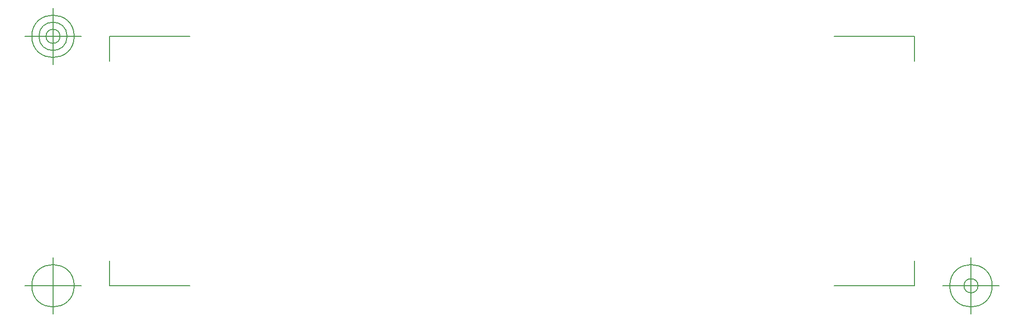
<source format=gbr>
G04 Generated by Ultiboard 14.2 *
%FSLAX34Y34*%
%MOMM*%

%ADD10C,0.0001*%
%ADD11C,0.1270*%


G04 ColorRGB CC99CC for the following layer *
%LNKeep-in/keep-out*%
%LPD*%
G54D10*
G54D11*
X-2540Y-2540D02*
X-2540Y41668D01*
X-2540Y-2540D02*
X139968Y-2540D01*
X1422540Y-2540D02*
X1280032Y-2540D01*
X1422540Y-2540D02*
X1422540Y41668D01*
X1422540Y439540D02*
X1422540Y395332D01*
X1422540Y439540D02*
X1280032Y439540D01*
X-2540Y439540D02*
X139968Y439540D01*
X-2540Y439540D02*
X-2540Y395332D01*
X-52540Y-2540D02*
X-152540Y-2540D01*
X-102540Y-52540D02*
X-102540Y47460D01*
X-140040Y-2540D02*
G75*
D01*
G02X-140040Y-2540I37500J0*
G01*
X1472540Y-2540D02*
X1572540Y-2540D01*
X1522540Y-52540D02*
X1522540Y47460D01*
X1485040Y-2540D02*
G75*
D01*
G02X1485040Y-2540I37500J0*
G01*
X1510040Y-2540D02*
G75*
D01*
G02X1510040Y-2540I12500J0*
G01*
X-52540Y439540D02*
X-152540Y439540D01*
X-102540Y389540D02*
X-102540Y489540D01*
X-140040Y439540D02*
G75*
D01*
G02X-140040Y439540I37500J0*
G01*
X-127540Y439540D02*
G75*
D01*
G02X-127540Y439540I25000J0*
G01*
X-115040Y439540D02*
G75*
D01*
G02X-115040Y439540I12500J0*
G01*

M02*

</source>
